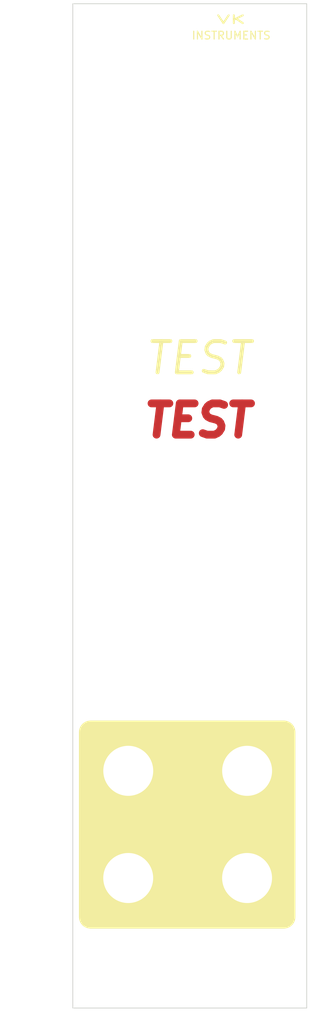
<source format=kicad_pcb>
(kicad_pcb (version 20211014) (generator pcbnew)
  (layers (0 "F.Cu" signal) (31 "B.Cu" signal) (34 "B.Paste" user) (35 "F.Paste" user) (36 "B.SilkS" user "B.Silkscreen") (37 "F.SilkS" user "F.Silkscreen") (38 "B.Mask" user) (39 "F.Mask" user) (44 "Edge.Cuts" user))
  (net 0 "")
  (footprint "MountingHole:MountingHole_6.4mm_M6" (layer "F.Cu") (at 22.352 30.078)
    (fp_text reference "REF**" hide)
    (fp_text value "MountingHole_6.4mm_M6")
    (pad "" np_thru_hole circle (at 0 0) (size 6.4 6.4) (drill 6.4) (layers *.Cu *.Mask))
  )
  (footprint "MountingHole:MountingHole_6.4mm_M6" (layer "F.Cu") (at 7.112 98.15)
    (fp_text reference "REF**" hide)
    (fp_text value "MountingHole_6.4mm_M6")
    (pad "" np_thru_hole circle (at 0 0) (size 6.4 6.4) (drill 6.4) (layers *.Cu *.Mask))
  )
  (footprint "MountingHole:MountingHole_6.4mm_M6" (layer "F.Cu") (at 7.107 30.078)
    (fp_text reference "REF**" hide)
    (fp_text value "MountingHole_6.4mm_M6")
    (pad "" np_thru_hole circle (at 0 0) (size 6.4 6.4) (drill 6.4) (layers *.Cu *.Mask))
  )
  (footprint "MountingHole:MountingHole_6.4mm_M6" (layer "F.Cu") (at 7.112 16.362)
    (fp_text reference "REF**" hide)
    (fp_text value "MountingHole_6.4mm_M6")
    (pad "" np_thru_hole circle (at 0 0) (size 6.4 6.4) (drill 6.4) (layers *.Cu *.Mask))
  )
  (footprint "MountingHole:MountingHole_6.4mm_M6" (layer "F.Cu") (at 22.357 98.15)
    (fp_text reference "REF**" hide)
    (fp_text value "MountingHole_6.4mm_M6")
    (pad "" np_thru_hole circle (at 0 0) (size 6.4 6.4) (drill 6.4) (layers *.Cu *.Mask))
  )
  (footprint "MountingHole:MountingHole_3.2mm_M3" (layer "F.Cu") (at 7.5 125.5)
    (fp_text reference "REF**" hide)
    (fp_text value "MountingHole_3.2mm_M3")
    (pad "" np_thru_hole circle (at 0 0) (size 3.2 3.2) (drill 3.2) (layers *.Cu *.Mask))
  )
  (footprint "eurorack-pmod-module" (layer "F.Cu") (at 0 9.25)
    (fp_text reference "REF**" hide)
    (fp_text value "eurorack-pmod-module")
  )
  (footprint "MountingHole:MountingHole_6.4mm_M6" (layer "F.Cu") (at 7.107 111.866)
    (fp_text reference "REF**" hide)
    (fp_text value "MountingHole_6.4mm_M6")
    (pad "" np_thru_hole circle (at 0 0) (size 6.4 6.4) (drill 6.4) (layers *.Cu *.Mask))
  )
  (footprint "MountingHole:MountingHole_6.4mm_M6" (layer "F.Cu") (at 22.352 111.866)
    (fp_text reference "REF**" hide)
    (fp_text value "MountingHole_6.4mm_M6")
    (pad "" np_thru_hole circle (at 0 0) (size 6.4 6.4) (drill 6.4) (layers *.Cu *.Mask))
  )
  (footprint "MountingHole:MountingHole_6.4mm_M6" (layer "F.Cu") (at 22.357 16.362)
    (fp_text reference "REF**" hide)
    (fp_text value "MountingHole_6.4mm_M6")
    (pad "" np_thru_hole circle (at 0 0) (size 6.4 6.4) (drill 6.4) (layers *.Cu *.Mask))
  )
  (footprint "MountingHole:MountingHole_3.2mm_M3" (layer "F.Cu") (at 7.5 3)
    (fp_text reference "REF**" hide)
    (fp_text value "MountingHole_3.2mm_M3")
    (pad "" np_thru_hole circle (at 0 0) (size 3.2 3.2) (drill 3.2) (layers *.Cu *.Mask))
  )
  (gr_rect (start 2.286 93.218) (end 27.051 116.84) (layer "F.SilkS") (width 3) (fill solid))
  (gr_line (start 30 0) (end 30 128.5) (layer "Edge.Cuts") (width 0.1))
  (gr_line (start 0 0) (end 0 128.5) (layer "Edge.Cuts") (width 0.1))
  (gr_line (start 0 128.5) (end 30 128.5) (layer "Edge.Cuts") (width 0.1))
  (gr_line (start 0 0) (end 30 0) (layer "Edge.Cuts") (width 0.1))
  (gr_text "TEST" (at 16.002 53.34) (layer "F.Cu") (effects (font (size 4 4) (thickness 1) italic)))
  (gr_text "INSTRUMENTS" (at 20.32 4.064) (layer "F.SilkS") (effects (font (size 1 1))))
  (gr_text "TEST" (at 16.129 45.339) (layer "F.SilkS") (effects (font (size 4 4) (thickness 0.5) italic)))
  (gr_text "VK" (at 20.32 2.032) (layer "F.SilkS") (effects (font (size 1 2) (thickness 0.25))))
)
</source>
